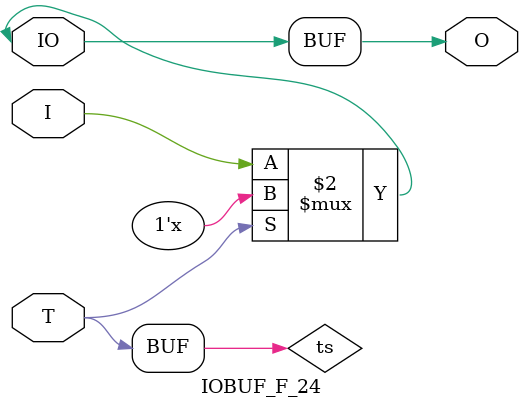
<source format=v>

/*

FUNCTION    : INPUT TRI-STATE OUTPUT BUFFER

*/

`celldefine
`timescale  100 ps / 10 ps

module IOBUF_F_24 (O, IO, I, T);

    output O;

    inout  IO;

    input  I, T;

    or O1 (ts, 1'b0, T);
    bufif0 T1 (IO, I, ts);

    buf B1 (O, IO);

endmodule

</source>
